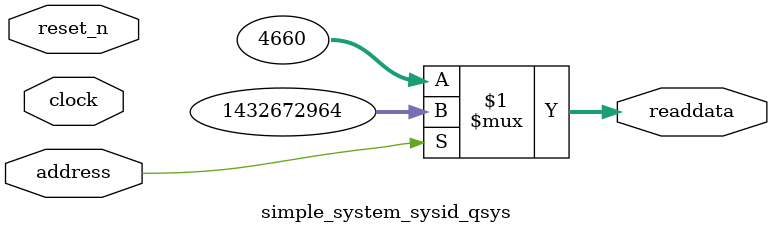
<source format=v>

`timescale 1ns / 1ps
// synthesis translate_on

// turn off superfluous verilog processor warnings 
// altera message_level Level1 
// altera message_off 10034 10035 10036 10037 10230 10240 10030 

module simple_system_sysid_qsys (
               // inputs:
                address,
                clock,
                reset_n,

               // outputs:
                readdata
             )
;

  output  [ 31: 0] readdata;
  input            address;
  input            clock;
  input            reset_n;

  wire    [ 31: 0] readdata;
  //control_slave, which is an e_avalon_slave
  assign readdata = address ? 1432672964 : 4660;

endmodule




</source>
